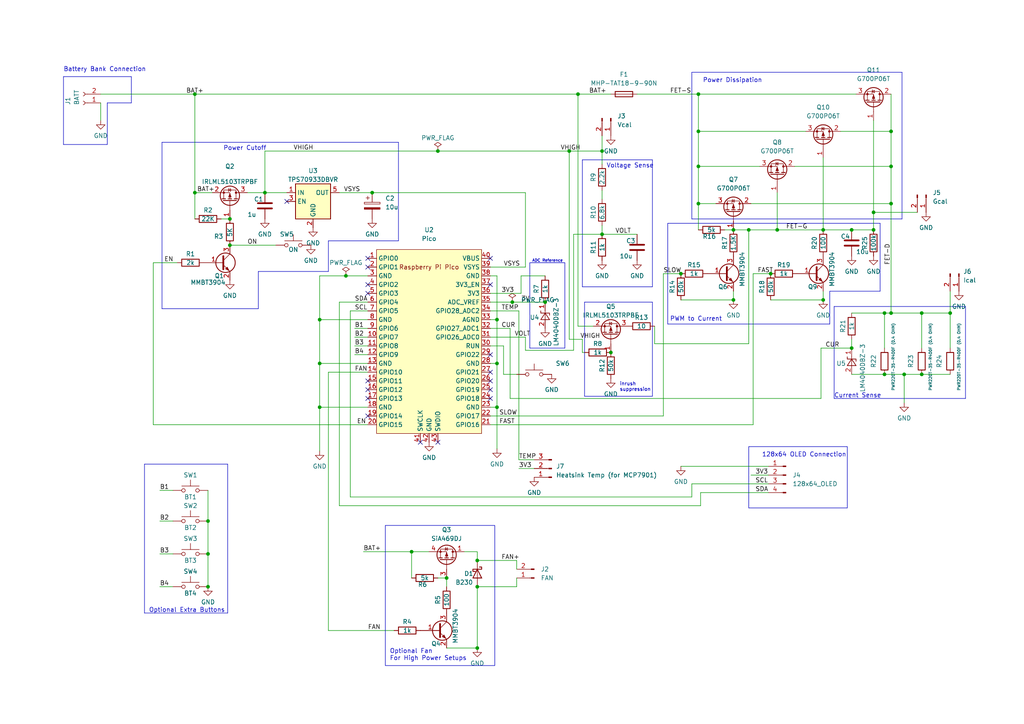
<source format=kicad_sch>
(kicad_sch (version 20230121) (generator eeschema)
  (paper "A4")
  (title_block (title "LIPO Drainer") (date "2023-03-04") (company "Matt Wachowski"))
  (lib_symbols
    (symbol "Connector:Conn_01x02_Pin" (pin_names (offset 1.016) hide)
      (property "Reference" "J" (at 0 2.54 0))
      (property "Value" "Conn_01x02_Pin" (at 0 -5.08 0))
      (symbol "Conn_01x02_Pin_1_1"
        (pin passive line (at 5.08 0 180) (length 3.81) (name "Pin_1") (number "1"))
        (pin passive line (at 5.08 -2.54 180) (length 3.81) (name "Pin_2") (number "2"))
      )
    )
    (symbol "Connector:Conn_01x02_Socket" (pin_names (offset 1.016) hide)
      (property "Reference" "J" (at 0 2.54 0))
      (property "Value" "Conn_01x02_Socket" (at 0 -5.08 0))
      (symbol "Conn_01x02_Socket_1_1"
        (pin passive line (at -5.08 0 0) (length 3.81) (name "Pin_1") (number "1"))
        (pin passive line (at -5.08 -2.54 0) (length 3.81) (name "Pin_2") (number "2"))
      )
    )
    (symbol "Connector:Conn_01x03_Pin" (pin_names (offset 1.016) hide)
      (property "Reference" "J" (at 0 5.08 0))
      (property "Value" "Conn_01x03_Pin" (at 0 -5.08 0))
      (symbol "Conn_01x03_Pin_1_1"
        (pin passive line (at 5.08 2.54 180) (length 3.81) (name "Pin_1") (number "1"))
        (pin passive line (at 5.08 0 180) (length 3.81) (name "Pin_2") (number "2"))
        (pin passive line (at 5.08 -2.54 180) (length 3.81) (name "Pin_3") (number "3"))
      )
    )
    (symbol "Connector:Conn_01x04_Pin" (pin_names (offset 1.016) hide)
      (property "Reference" "J" (at 0 5.08 0))
      (property "Value" "Conn_01x04_Pin" (at 0 -7.62 0))
      (symbol "Conn_01x04_Pin_1_1"
        (pin passive line (at 5.08 2.54 180) (length 3.81) (name "Pin_1") (number "1"))
        (pin passive line (at 5.08 0 180) (length 3.81) (name "Pin_2") (number "2"))
        (pin passive line (at 5.08 -2.54 180) (length 3.81) (name "Pin_3") (number "3"))
        (pin passive line (at 5.08 -5.08 180) (length 3.81) (name "Pin_4") (number "4"))
      )
    )
    (symbol "Device:C" (pin_numbers hide) (pin_names (offset 0.254))
      (property "Reference" "C" (at 0.635 2.54 0))
      (property "Value" "C" (at 0.635 -2.54 0))
      (symbol "C_1_1"
        (pin passive line (at 0 3.81 270) (length 2.794) (name "~") (number "1"))
        (pin passive line (at 0 -3.81 90) (length 2.794) (name "~") (number "2"))
      )
    )
    (symbol "Device:C_Polarized" (pin_numbers hide) (pin_names (offset 0.254))
      (property "Reference" "C" (at 0.635 2.54 0))
      (property "Value" "C_Polarized" (at 0.635 -2.54 0))
      (symbol "C_Polarized_1_1"
        (pin passive line (at 0 3.81 270) (length 2.794) (name "~") (number "1"))
        (pin passive line (at 0 -3.81 90) (length 2.794) (name "~") (number "2"))
      )
    )
    (symbol "Device:Fuse" (pin_numbers hide) (pin_names (offset 0))
      (property "Reference" "F" (at 2.032 0 90))
      (property "Value" "Fuse" (at -1.905 0 90))
      (symbol "Fuse_1_1"
        (pin passive line (at 0 3.81 270) (length 1.27) (name "~") (number "1"))
        (pin passive line (at 0 -3.81 90) (length 1.27) (name "~") (number "2"))
      )
    )
    (symbol "Device:R" (pin_numbers hide) (pin_names (offset 0))
      (property "Reference" "R" (at 2.032 0 90))
      (property "Value" "R" (at 0 0 90))
      (symbol "R_1_1"
        (pin passive line (at 0 3.81 270) (length 1.27) (name "~") (number "1"))
        (pin passive line (at 0 -3.81 90) (length 1.27) (name "~") (number "2"))
      )
    )
    (symbol "Diode:B220" (pin_numbers hide) (pin_names (offset 1.016) hide)
      (property "Reference" "D" (at 0 2.54 0))
      (property "Value" "B220" (at 0 -2.54 0))
      (symbol "B220_1_1"
        (pin passive line (at -3.81 0 0) (length 2.54) (name "K") (number "1"))
        (pin passive line (at 3.81 0 180) (length 2.54) (name "A") (number "2"))
      )
    )
    (symbol "MCU_RaspberryPi_and_Boards:Pico"
      (property "Reference" "U" (at -13.97 27.94 0))
      (property "Value" "Pico" (at 0 19.05 0))
      (symbol "Pico_0_0"
        (text "Raspberry Pi Pico" (at 0 21.59 0) (effects (font (size 1.27 1.27))))
      )
      (symbol "Pico_1_1"
        (pin bidirectional line (at -17.78 24.13 0) (length 2.54) (name "GPIO0") (number "1"))
        (pin bidirectional line (at -17.78 1.27 0) (length 2.54) (name "GPIO7") (number "10"))
        (pin bidirectional line (at -17.78 -1.27 0) (length 2.54) (name "GPIO8") (number "11"))
        (pin bidirectional line (at -17.78 -3.81 0) (length 2.54) (name "GPIO9") (number "12"))
        (pin power_in line (at -17.78 -6.35 0) (length 2.54) (name "GND") (number "13"))
        (pin bidirectional line (at -17.78 -8.89 0) (length 2.54) (name "GPIO10") (number "14"))
        (pin bidirectional line (at -17.78 -11.43 0) (length 2.54) (name "GPIO11") (number "15"))
        (pin bidirectional line (at -17.78 -13.97 0) (length 2.54) (name "GPIO12") (number "16"))
        (pin bidirectional line (at -17.78 -16.51 0) (length 2.54) (name "GPIO13") (number "17"))
        (pin power_in line (at -17.78 -19.05 0) (length 2.54) (name "GND") (number "18"))
        (pin bidirectional line (at -17.78 -21.59 0) (length 2.54) (name "GPIO14") (number "19"))
        (pin bidirectional line (at -17.78 21.59 0) (length 2.54) (name "GPIO1") (number "2"))
        (pin bidirectional line (at -17.78 -24.13 0) (length 2.54) (name "GPIO15") (number "20"))
        (pin bidirectional line (at 17.78 -24.13 180) (length 2.54) (name "GPIO16") (number "21"))
        (pin bidirectional line (at 17.78 -21.59 180) (length 2.54) (name "GPIO17") (number "22"))
        (pin power_in line (at 17.78 -19.05 180) (length 2.54) (name "GND") (number "23"))
        (pin bidirectional line (at 17.78 -16.51 180) (length 2.54) (name "GPIO18") (number "24"))
        (pin bidirectional line (at 17.78 -13.97 180) (length 2.54) (name "GPIO19") (number "25"))
        (pin bidirectional line (at 17.78 -11.43 180) (length 2.54) (name "GPIO20") (number "26"))
        (pin bidirectional line (at 17.78 -8.89 180) (length 2.54) (name "GPIO21") (number "27"))
        (pin power_in line (at 17.78 -6.35 180) (length 2.54) (name "GND") (number "28"))
        (pin bidirectional line (at 17.78 -3.81 180) (length 2.54) (name "GPIO22") (number "29"))
        (pin power_in line (at -17.78 19.05 0) (length 2.54) (name "GND") (number "3"))
        (pin input line (at 17.78 -1.27 180) (length 2.54) (name "RUN") (number "30"))
        (pin bidirectional line (at 17.78 1.27 180) (length 2.54) (name "GPIO26_ADC0") (number "31"))
        (pin bidirectional line (at 17.78 3.81 180) (length 2.54) (name "GPIO27_ADC1") (number "32"))
        (pin power_in line (at 17.78 6.35 180) (length 2.54) (name "AGND") (number "33"))
        (pin bidirectional line (at 17.78 8.89 180) (length 2.54) (name "GPIO28_ADC2") (number "34"))
        (pin power_in line (at 17.78 11.43 180) (length 2.54) (name "ADC_VREF") (number "35"))
        (pin power_out line (at 17.78 13.97 180) (length 2.54) (name "3V3") (number "36"))
        (pin input line (at 17.78 16.51 180) (length 2.54) (name "3V3_EN") (number "37"))
        (pin power_in line (at 17.78 19.05 180) (length 2.54) (name "GND") (number "38"))
        (pin power_in line (at 17.78 21.59 180) (length 2.54) (name "VSYS") (number "39"))
        (pin bidirectional line (at -17.78 16.51 0) (length 2.54) (name "GPIO2") (number "4"))
        (pin power_in line (at 17.78 24.13 180) (length 2.54) (name "VBUS") (number "40"))
        (pin input line (at -2.54 -29.21 90) (length 2.54) (name "SWCLK") (number "41"))
        (pin power_in line (at 0 -29.21 90) (length 2.54) (name "GND") (number "42"))
        (pin bidirectional line (at 2.54 -29.21 90) (length 2.54) (name "SWDIO") (number "43"))
        (pin bidirectional line (at -17.78 13.97 0) (length 2.54) (name "GPIO3") (number "5"))
        (pin bidirectional line (at -17.78 11.43 0) (length 2.54) (name "GPIO4") (number "6"))
        (pin bidirectional line (at -17.78 8.89 0) (length 2.54) (name "GPIO5") (number "7"))
        (pin power_in line (at -17.78 6.35 0) (length 2.54) (name "GND") (number "8"))
        (pin bidirectional line (at -17.78 3.81 0) (length 2.54) (name "GPIO6") (number "9"))
      )
    )
    (symbol "Reference_Voltage:LM4040DBZ-3" (pin_names (offset 0.0254) hide)
      (property "Reference" "U" (at 0 2.54 0))
      (property "Value" "LM4040DBZ-3" (at 0 -3.175 0))
      (symbol "LM4040DBZ-3_1_1"
        (pin passive line (at 3.81 0 180) (length 2.54) (name "K") (number "1"))
        (pin passive line (at -3.81 0 0) (length 2.54) (name "A") (number "2"))
      )
    )
    (symbol "Regulator_Linear:TPS7A0508PDBV"
      (property "Reference" "U" (at -3.81 6.35 0))
      (property "Value" "TPS7A0508PDBV" (at 6.35 6.35 0))
      (symbol "TPS7A0508PDBV_0_1"
        (pin power_in line (at -7.62 2.54 0) (length 2.54) (name "IN") (number "1"))
        (pin power_in line (at 0 -7.62 90) (length 2.54) (name "GND") (number "2"))
        (pin input line (at -7.62 0 0) (length 2.54) (name "EN") (number "3"))
        (pin no_connect line (at 5.08 0 180) (length 2.54) hide (name "NC") (number "4"))
        (pin power_out line (at 7.62 2.54 180) (length 2.54) (name "OUT") (number "5"))
      )
    )
    (symbol "Switch:SW_Push" (pin_numbers hide) (pin_names (offset 1.016) hide)
      (property "Reference" "SW" (at 1.27 2.54 0))
      (property "Value" "SW_Push" (at 0 -1.524 0))
      (symbol "SW_Push_0_1"
        (pin passive line (at -5.08 0 0) (length 2.54) (name "1") (number "1"))
        (pin passive line (at 5.08 0 180) (length 2.54) (name "2") (number "2"))
      )
    )
    (symbol "Transistor_BJT:MMBT3904" (pin_names (offset 0) hide)
      (property "Reference" "Q" (at 5.08 1.905 0))
      (property "Value" "MMBT3904" (at 5.08 0 0))
      (symbol "MMBT3904_1_1"
        (pin input line (at -5.08 0 0) (length 5.715) (name "B") (number "1"))
        (pin passive line (at 2.54 -5.08 90) (length 2.54) (name "E") (number "2"))
        (pin passive line (at 2.54 5.08 270) (length 2.54) (name "C") (number "3"))
      )
    )
    (symbol "Transistor_FET:BSS84" (pin_names hide)
      (property "Reference" "Q" (at 5.08 1.905 0))
      (property "Value" "BSS84" (at 5.08 0 0))
      (symbol "BSS84_1_1"
        (pin input line (at -5.08 0 0) (length 2.54) (name "G") (number "1"))
        (pin passive line (at 2.54 -5.08 90) (length 2.54) (name "S") (number "2"))
        (pin passive line (at 2.54 5.08 270) (length 2.54) (name "D") (number "3"))
      )
    )
    (symbol "Transistor_FET:FQP27P06" (pin_names hide)
      (property "Reference" "Q" (at 5.08 1.905 0))
      (property "Value" "FQP27P06" (at 5.08 0 0))
      (symbol "FQP27P06_1_1"
        (pin input line (at -5.08 0 0) (length 2.54) (name "G") (number "1"))
        (pin passive line (at 2.54 5.08 270) (length 2.54) (name "D") (number "2"))
        (pin passive line (at 2.54 -5.08 90) (length 2.54) (name "S") (number "3"))
      )
    )
    (symbol "Transistor_FET:SiA449DJ" (pin_names hide)
      (property "Reference" "Q" (at 5.08 1.905 0))
      (property "Value" "SiA449DJ" (at 5.08 0 0))
      (symbol "SiA449DJ_1_1"
        (pin passive line (at 2.54 5.08 270) (length 2.54) (name "D") (number "1"))
        (pin passive line (at -5.08 0 0) (length 2.54) (name "G") (number "3"))
        (pin passive line (at 2.54 -5.08 90) (length 2.54) (name "S") (number "4"))
      )
    )
    (symbol "power:GND" (power) (pin_names (offset 0))
      (property "Value" "GND" (at 0 -3.81 0))
      (symbol "GND_1_1"
        (pin power_in line (at 0 0 270) (length 0) hide (name "GND") (number "1"))
      )
    )
    (symbol "power:PWR_FLAG" (power) (pin_numbers hide) (pin_names (offset 0) hide)
      (property "Value" "PWR_FLAG" (at 0 3.81 0))
      (symbol "PWR_FLAG_0_0"
        (pin power_out line (at 0 0 90) (length 0) (name "pwr") (number "1"))
      )
    )
  )
  (junction (at 60.325 160.655))
  (junction (at 217.17 66.675))
  (junction (at 202.565 38.1))
  (junction (at 197.485 79.375))
  (junction (at 247.015 66.675))
  (junction (at 253.365 61.595))
  (junction (at 275.59 90.805))
  (junction (at 177.165 102.235))
  (junction (at 56.515 55.88))
  (junction (at 158.115 87.63))
  (junction (at 60.325 151.13))
  (junction (at 256.54 108.585))
  (junction (at 174.625 43.815))
  (junction (at 76.835 55.88))
  (junction (at 238.76 66.675))
  (junction (at 223.52 79.375))
  (junction (at 56.515 27.305))
  (junction (at 258.445 38.1))
  (junction (at 258.445 48.26))
  (junction (at 167.64 27.305))
  (junction (at 202.565 27.305))
  (junction (at 212.725 66.675))
  (junction (at 107.95 55.88))
  (junction (at 138.43 187.96))
  (junction (at 144.145 92.71))
  (junction (at 256.54 90.805))
  (junction (at 100.33 80.01))
  (junction (at 165.1 43.815))
  (junction (at 138.43 170.18))
  (junction (at 262.255 108.585))
  (junction (at 202.565 48.26))
  (junction (at 119.38 160.02))
  (junction (at 148.59 87.63))
  (junction (at 92.71 118.11))
  (junction (at 138.43 162.56))
  (junction (at 66.675 71.12))
  (junction (at 144.145 118.11))
  (junction (at 258.445 59.055))
  (junction (at 253.365 66.675))
  (junction (at 127 43.815))
  (junction (at 92.71 105.41))
  (junction (at 174.625 67.945))
  (junction (at 247.015 100.965))
  (junction (at 92.71 92.71))
  (junction (at 66.675 63.5))
  (junction (at 212.725 86.995))
  (junction (at 267.335 108.585))
  (junction (at 202.565 59.055))
  (junction (at 225.425 66.675))
  (junction (at 258.445 90.805))
  (junction (at 267.335 90.805))
  (junction (at 129.54 167.64))
  (junction (at 60.325 170.18))
  (junction (at 144.145 105.41))
  (junction (at 238.76 86.995))
  (no_connect (at 106.68 74.93))
  (no_connect (at 106.68 85.09))
  (no_connect (at 106.68 120.65))
  (no_connect (at 142.24 113.03))
  (no_connect (at 106.68 110.49))
  (no_connect (at 142.24 110.49))
  (no_connect (at 106.68 77.47))
  (no_connect (at 142.24 107.95))
  (no_connect (at 83.185 58.42))
  (no_connect (at 142.24 102.87))
  (no_connect (at 106.68 115.57))
  (no_connect (at 127 128.27))
  (no_connect (at 106.68 113.03))
  (no_connect (at 142.24 82.55))
  (no_connect (at 142.24 74.93))
  (no_connect (at 121.92 128.27))
  (no_connect (at 106.68 82.55))
  (no_connect (at 142.24 115.57))
  (polyline (pts (xy 245.745 147.32) (xy 245.745 129.54)))
  (wire (pts (xy 119.38 160.02) (xy 119.38 167.64)))
  (wire (pts (xy 127 167.64) (xy 129.54 167.64)))
  (wire (pts (xy 258.445 27.305) (xy 258.445 38.1)))
  (wire (pts (xy 150.495 90.17) (xy 150.495 133.35)))
  (wire (pts (xy 225.425 66.675) (xy 238.76 66.675)))
  (polyline (pts (xy 189.23 46.355) (xy 189.23 83.185)))
  (wire (pts (xy 189.865 94.615) (xy 189.865 99.695)))
  (wire (pts (xy 101.6 90.17) (xy 101.6 144.145)))
  (wire (pts (xy 95.25 182.88) (xy 114.3 182.88)))
  (wire (pts (xy 243.84 38.1) (xy 258.445 38.1)))
  (wire (pts (xy 238.125 115.57) (xy 238.125 100.965)))
  (wire (pts (xy 44.45 76.2) (xy 44.45 123.19)))
  (polyline (pts (xy 74.93 89.535) (xy 46.99 89.535)))
  (wire (pts (xy 138.43 170.18) (xy 149.86 170.18)))
  (wire (pts (xy 253.365 66.675) (xy 253.365 61.595)))
  (wire (pts (xy 166.37 67.945) (xy 174.625 67.945)))
  (wire (pts (xy 149.86 170.18) (xy 149.86 167.64)))
  (wire (pts (xy 275.59 90.805) (xy 275.59 100.965)))
  (polyline (pts (xy 241.935 115.57) (xy 244.475 115.57)))
  (wire (pts (xy 92.71 92.71) (xy 92.71 105.41)))
  (polyline (pts (xy 193.675 93.98) (xy 240.665 93.98)))
  (wire (pts (xy 218.44 79.375) (xy 218.44 123.19)))
  (wire (pts (xy 253.365 61.595) (xy 266.065 61.595)))
  (polyline (pts (xy 66.04 177.8) (xy 66.04 134.62)))
  (wire (pts (xy 147.955 95.25) (xy 147.955 115.57)))
  (wire (pts (xy 100.33 80.01) (xy 92.71 80.01)))
  (wire (pts (xy 101.6 90.17) (xy 106.68 90.17)))
  (polyline (pts (xy 46.99 41.275) (xy 115.57 41.275)))
  (wire (pts (xy 197.485 86.995) (xy 212.725 86.995)))
  (wire (pts (xy 200.66 140.335) (xy 222.885 140.335)))
  (wire (pts (xy 238.76 66.675) (xy 247.015 66.675)))
  (wire (pts (xy 267.335 90.805) (xy 267.335 100.965)))
  (wire (pts (xy 166.37 67.945) (xy 166.37 101.6)))
  (wire (pts (xy 202.565 27.305) (xy 202.565 38.1)))
  (wire (pts (xy 44.45 76.2) (xy 51.435 76.2)))
  (wire (pts (xy 152.4 55.88) (xy 152.4 77.47)))
  (wire (pts (xy 152.4 101.6) (xy 166.37 101.6)))
  (wire (pts (xy 106.68 105.41) (xy 92.71 105.41)))
  (wire (pts (xy 106.68 92.71) (xy 92.71 92.71)))
  (wire (pts (xy 56.515 27.305) (xy 167.64 27.305)))
  (wire (pts (xy 102.87 100.33) (xy 106.68 100.33)))
  (wire (pts (xy 267.335 108.585) (xy 275.59 108.585)))
  (polyline (pts (xy 217.17 147.32) (xy 245.745 147.32)))
  (polyline (pts (xy 280.035 115.57) (xy 280.035 88.9)))
  (wire (pts (xy 66.675 71.12) (xy 80.01 71.12)))
  (wire (pts (xy 146.05 108.585) (xy 149.86 108.585)))
  (wire (pts (xy 150.495 135.89) (xy 154.94 135.89)))
  (wire (pts (xy 138.43 162.56) (xy 149.86 162.56)))
  (wire (pts (xy 203.2 142.875) (xy 222.885 142.875)))
  (polyline (pts (xy 168.91 46.355) (xy 168.91 83.185)))
  (wire (pts (xy 151.13 85.09) (xy 151.13 80.01)))
  (wire (pts (xy 98.425 87.63) (xy 98.425 146.685)))
  (wire (pts (xy 56.515 27.305) (xy 56.515 55.88)))
  (wire (pts (xy 142.24 85.09) (xy 151.13 85.09)))
  (wire (pts (xy 138.43 170.18) (xy 138.43 187.96)))
  (polyline (pts (xy 255.27 71.755) (xy 255.27 84.455)))
  (polyline (pts (xy 41.91 177.8) (xy 66.04 177.8)))
  (wire (pts (xy 258.445 90.805) (xy 267.335 90.805)))
  (wire (pts (xy 203.2 146.685) (xy 203.2 142.875)))
  (polyline (pts (xy 217.17 129.54) (xy 217.17 147.32)))
  (polyline (pts (xy 153.67 76.2) (xy 153.67 100.965)))
  (wire (pts (xy 29.21 27.305) (xy 56.515 27.305)))
  (wire (pts (xy 127 43.815) (xy 165.1 43.815)))
  (wire (pts (xy 142.24 90.17) (xy 150.495 90.17)))
  (wire (pts (xy 138.43 160.02) (xy 138.43 162.56)))
  (polyline (pts (xy 193.675 64.77) (xy 193.675 93.98)))
  (wire (pts (xy 60.325 151.13) (xy 60.325 160.655)))
  (polyline (pts (xy 18.415 22.225) (xy 18.415 41.91)))
  (wire (pts (xy 138.43 187.96) (xy 129.54 187.96)))
  (wire (pts (xy 44.45 123.19) (xy 106.68 123.19)))
  (wire (pts (xy 202.565 48.26) (xy 220.345 48.26)))
  (polyline (pts (xy 115.57 69.85) (xy 95.25 69.85)))
  (wire (pts (xy 210.185 66.675) (xy 212.725 66.675)))
  (polyline (pts (xy 261.62 63.5) (xy 261.62 20.955)))
  (wire (pts (xy 144.145 92.71) (xy 142.24 92.71)))
  (wire (pts (xy 46.355 142.24) (xy 50.165 142.24)))
  (wire (pts (xy 98.425 87.63) (xy 106.68 87.63)))
  (wire (pts (xy 144.145 92.71) (xy 144.145 80.01)))
  (wire (pts (xy 102.87 102.87) (xy 106.68 102.87)))
  (wire (pts (xy 168.91 98.425) (xy 165.1 98.425)))
  (wire (pts (xy 169.545 102.235) (xy 168.91 102.235)))
  (polyline (pts (xy 255.27 64.77) (xy 255.27 71.755)))
  (wire (pts (xy 98.425 55.88) (xy 107.95 55.88)))
  (wire (pts (xy 256.54 90.805) (xy 256.54 100.965)))
  (wire (pts (xy 192.405 120.65) (xy 192.405 79.375)))
  (wire (pts (xy 247.015 98.425) (xy 247.015 100.965)))
  (wire (pts (xy 217.805 59.055) (xy 258.445 59.055)))
  (wire (pts (xy 106.68 118.11) (xy 92.71 118.11)))
  (wire (pts (xy 142.24 100.33) (xy 146.05 100.33)))
  (polyline (pts (xy 46.99 89.535) (xy 46.99 41.275)))
  (wire (pts (xy 247.015 66.675) (xy 253.365 66.675)))
  (wire (pts (xy 248.285 27.305) (xy 202.565 27.305)))
  (wire (pts (xy 29.21 29.845) (xy 29.21 34.925)))
  (wire (pts (xy 174.625 55.245) (xy 174.625 57.785)))
  (wire (pts (xy 46.355 170.18) (xy 50.165 170.18)))
  (wire (pts (xy 167.64 94.615) (xy 167.64 27.305)))
  (wire (pts (xy 101.6 144.145) (xy 200.66 144.145)))
  (wire (pts (xy 71.755 55.88) (xy 76.835 55.88)))
  (wire (pts (xy 168.91 102.235) (xy 168.91 98.425)))
  (wire (pts (xy 247.015 108.585) (xy 256.54 108.585)))
  (wire (pts (xy 212.725 84.455) (xy 212.725 86.995)))
  (polyline (pts (xy 66.04 134.62) (xy 41.91 134.62)))
  (wire (pts (xy 233.68 38.1) (xy 202.565 38.1)))
  (wire (pts (xy 165.1 43.815) (xy 174.625 43.815)))
  (wire (pts (xy 60.325 142.24) (xy 60.325 151.13)))
  (wire (pts (xy 144.145 105.41) (xy 142.24 105.41)))
  (polyline (pts (xy 193.675 64.77) (xy 255.27 64.77)))
  (wire (pts (xy 192.405 79.375) (xy 197.485 79.375)))
  (wire (pts (xy 262.255 108.585) (xy 267.335 108.585)))
  (wire (pts (xy 102.87 95.25) (xy 106.68 95.25)))
  (wire (pts (xy 56.515 55.88) (xy 61.595 55.88)))
  (polyline (pts (xy 18.415 41.91) (xy 31.115 41.91)))
  (wire (pts (xy 105.41 160.02) (xy 119.38 160.02)))
  (wire (pts (xy 275.59 84.455) (xy 275.59 90.805)))
  (wire (pts (xy 258.445 48.26) (xy 258.445 59.055)))
  (wire (pts (xy 174.625 65.405) (xy 174.625 67.945)))
  (wire (pts (xy 247.015 90.805) (xy 256.54 90.805)))
  (wire (pts (xy 238.125 100.965) (xy 247.015 100.965)))
  (wire (pts (xy 92.71 118.11) (xy 92.71 130.81)))
  (wire (pts (xy 150.495 133.35) (xy 154.94 133.35)))
  (wire (pts (xy 262.255 108.585) (xy 262.255 116.84)))
  (wire (pts (xy 197.485 135.255) (xy 222.885 135.255)))
  (wire (pts (xy 253.365 61.595) (xy 253.365 34.925)))
  (wire (pts (xy 142.24 97.79) (xy 152.4 97.79)))
  (polyline (pts (xy 189.23 114.935) (xy 169.545 114.935)))
  (wire (pts (xy 202.565 59.055) (xy 202.565 66.675)))
  (polyline (pts (xy 74.93 78.74) (xy 74.93 89.535)))
  (polyline (pts (xy 31.115 41.91) (xy 31.115 29.845)))
  (wire (pts (xy 238.76 84.455) (xy 238.76 86.995)))
  (wire (pts (xy 217.17 66.675) (xy 217.17 99.695)))
  (wire (pts (xy 267.335 90.805) (xy 275.59 90.805)))
  (wire (pts (xy 144.145 118.11) (xy 144.145 105.41)))
  (wire (pts (xy 174.625 43.815) (xy 174.625 47.625)))
  (wire (pts (xy 202.565 59.055) (xy 202.565 48.26)))
  (polyline (pts (xy 169.545 87.63) (xy 169.545 114.935)))
  (wire (pts (xy 152.4 97.79) (xy 152.4 101.6)))
  (wire (pts (xy 134.62 160.02) (xy 138.43 160.02)))
  (wire (pts (xy 106.68 80.01) (xy 100.33 80.01)))
  (wire (pts (xy 256.54 90.805) (xy 258.445 90.805)))
  (polyline (pts (xy 189.23 87.63) (xy 189.23 114.935)))
  (wire (pts (xy 218.44 79.375) (xy 223.52 79.375)))
  (wire (pts (xy 172.085 94.615) (xy 167.64 94.615)))
  (polyline (pts (xy 18.415 22.225) (xy 38.1 22.225)))
  (polyline (pts (xy 244.475 115.57) (xy 280.035 115.57)))
  (wire (pts (xy 146.05 100.33) (xy 146.05 108.585)))
  (polyline (pts (xy 115.57 41.275) (xy 115.57 69.85)))
  (wire (pts (xy 46.355 151.13) (xy 50.165 151.13)))
  (polyline (pts (xy 200.66 63.5) (xy 261.62 63.5)))
  (wire (pts (xy 174.625 67.945) (xy 184.785 67.945)))
  (wire (pts (xy 142.24 123.19) (xy 218.44 123.19)))
  (wire (pts (xy 202.565 38.1) (xy 202.565 48.26)))
  (wire (pts (xy 148.59 87.63) (xy 158.115 87.63)))
  (wire (pts (xy 223.52 86.995) (xy 238.76 86.995)))
  (wire (pts (xy 189.865 99.695) (xy 217.17 99.695)))
  (polyline (pts (xy 95.25 78.74) (xy 74.93 78.74)))
  (wire (pts (xy 142.24 77.47) (xy 152.4 77.47)))
  (wire (pts (xy 202.565 59.055) (xy 207.645 59.055)))
  (wire (pts (xy 167.64 27.305) (xy 177.165 27.305)))
  (wire (pts (xy 76.835 43.815) (xy 127 43.815)))
  (wire (pts (xy 256.54 108.585) (xy 262.255 108.585)))
  (wire (pts (xy 144.145 130.175) (xy 144.145 118.11)))
  (polyline (pts (xy 38.1 29.845) (xy 38.1 22.225)))
  (wire (pts (xy 142.24 95.25) (xy 147.955 95.25)))
  (polyline (pts (xy 261.62 20.955) (xy 200.66 20.955)))
  (polyline (pts (xy 240.665 84.455) (xy 255.27 84.455)))
  (wire (pts (xy 92.71 80.01) (xy 92.71 92.71)))
  (polyline (pts (xy 189.23 83.185) (xy 168.91 83.185)))
  (polyline (pts (xy 169.545 87.63) (xy 189.23 87.63)))
  (wire (pts (xy 258.445 38.1) (xy 258.445 48.26)))
  (wire (pts (xy 149.86 162.56) (xy 149.86 165.1)))
  (wire (pts (xy 165.1 98.425) (xy 165.1 43.815)))
  (polyline (pts (xy 95.25 69.85) (xy 95.25 78.74)))
  (polyline (pts (xy 245.745 129.54) (xy 217.17 129.54)))
  (polyline (pts (xy 153.67 100.965) (xy 163.83 100.965)))
  (wire (pts (xy 142.24 120.65) (xy 192.405 120.65)))
  (wire (pts (xy 119.38 160.02) (xy 124.46 160.02)))
  (wire (pts (xy 56.515 55.88) (xy 56.515 63.5)))
  (wire (pts (xy 174.625 39.37) (xy 174.625 43.815)))
  (wire (pts (xy 92.71 105.41) (xy 92.71 118.11)))
  (polyline (pts (xy 163.83 76.2) (xy 153.67 76.2)))
  (wire (pts (xy 98.425 146.685) (xy 203.2 146.685)))
  (wire (pts (xy 230.505 48.26) (xy 258.445 48.26)))
  (wire (pts (xy 46.355 160.655) (xy 50.165 160.655)))
  (wire (pts (xy 217.805 137.795) (xy 222.885 137.795)))
  (polyline (pts (xy 241.935 88.9) (xy 241.935 115.57)))
  (wire (pts (xy 64.135 63.5) (xy 66.675 63.5)))
  (wire (pts (xy 184.785 27.305) (xy 202.565 27.305)))
  (polyline (pts (xy 168.91 46.355) (xy 189.23 46.355)))
  (polyline (pts (xy 240.665 93.98) (xy 240.665 84.455)))
  (polyline (pts (xy 163.83 100.965) (xy 163.83 76.2)))
  (wire (pts (xy 258.445 59.055) (xy 258.445 90.805)))
  (wire (pts (xy 102.87 97.79) (xy 106.68 97.79)))
  (wire (pts (xy 95.25 107.95) (xy 95.25 182.88)))
  (polyline (pts (xy 41.91 134.62) (xy 41.91 177.8)))
  (wire (pts (xy 142.24 87.63) (xy 148.59 87.63)))
  (wire (pts (xy 76.835 55.88) (xy 83.185 55.88)))
  (wire (pts (xy 225.425 66.675) (xy 225.425 55.88)))
  (wire (pts (xy 217.17 66.675) (xy 225.425 66.675)))
  (wire (pts (xy 151.13 80.01) (xy 158.115 80.01)))
  (wire (pts (xy 129.54 167.64) (xy 129.54 170.18)))
  (wire (pts (xy 144.145 118.11) (xy 142.24 118.11)))
  (wire (pts (xy 95.25 107.95) (xy 106.68 107.95)))
  (polyline (pts (xy 200.66 20.955) (xy 200.66 63.5)))
  (wire (pts (xy 76.835 55.88) (xy 76.835 43.815)))
  (wire (pts (xy 238.76 66.675) (xy 238.76 45.72)))
  (wire (pts (xy 144.145 80.01) (xy 142.24 80.01)))
  (wire (pts (xy 212.725 66.675) (xy 217.17 66.675)))
  (polyline (pts (xy 280.035 88.9) (xy 241.935 88.9)))
  (wire (pts (xy 200.66 144.145) (xy 200.66 140.335)))
  (wire (pts (xy 107.95 55.88) (xy 152.4 55.88)))
  (wire (pts (xy 147.955 115.57) (xy 238.125 115.57)))
  (polyline (pts (xy 31.115 29.845) (xy 38.1 29.845)))
  (wire (pts (xy 60.325 160.655) (xy 60.325 170.18)))
  (wire (pts (xy 144.145 105.41) (xy 144.145 92.71)))
  (rectangle (start 111.76 152.4) (end 143.51 193.04))
  (text "inrush\nsuppression\n" (at 179.705 113.665 0) (effects (font (size 1 1)) (justify left bottom)))
  (text "Battery Bank Connection" (at 18.415 20.955 0) (effects (font (size 1.27 1.27)) (justify left bottom)))
  (text "Optional Extra Buttons\n" (at 43.18 177.8 0) (effects (font (size 1.27 1.27)) (justify left bottom)))
  (text "Power Dissipation" (at 203.835 24.13 0) (effects (font (size 1.27 1.27)) (justify left bottom)))
  (text "Optional Fan\nFor High Power Setups" (at 113.03 191.77 0) (effects (font (size 1.27 1.27)) (justify left bottom)))
  (text "Current Sense" (at 241.935 115.57 0) (effects (font (size 1.27 1.27)) (justify left bottom)))
  (text "ADC Reference" (at 154.305 76.2 0) (effects (font (size 0.8 0.8)) (justify left bottom)))
  (text "Voltage Sense" (at 175.895 48.895 0) (effects (font (size 1.27 1.27)) (justify left bottom)))
  (text "PWM to Current" (at 194.31 93.345 0) (effects (font (size 1.27 1.27)) (justify left bottom)))
  (text "Power Cutoff" (at 64.77 43.815 0) (effects (font (size 1.27 1.27)) (justify left bottom)))
  (text "128x64 OLED Connection" (at 220.98 132.715 0) (effects (font (size 1.27 1.27)) (justify left bottom)))
  (label "FET-G" (at 227.965 66.675 0))
  (label "SDA" (at 102.87 87.63 0))
  (label "VSYS" (at 146.05 77.47 0))
  (label "VHIGH" (at 85.09 43.815 0))
  (label "FET-S" (at 194.31 27.305 0))
  (label "BAT+" (at 57.15 55.88 0))
  (label "SDA" (at 219.075 142.875 0))
  (label "SCL" (at 102.87 90.17 0))
  (label "B3" (at 46.355 160.655 0))
  (label "EN" (at 47.625 76.2 0))
  (label "VOLT" (at 178.435 67.945 0))
  (label "B4" (at 102.87 102.87 0))
  (label "BAT+" (at 53.975 27.305 0))
  (label "B3" (at 102.87 100.33 0))
  (label "FAST" (at 144.78 123.19 0))
  (label "VHIGH" (at 162.56 43.815 0))
  (label "CUR" (at 239.395 100.965 0))
  (label "FAN" (at 106.68 182.88 0))
  (label "FET-D" (at 258.445 76.835 90))
  (label "B4" (at 46.355 170.18 0))
  (label "VOLT" (at 149.225 97.79 0))
  (label "BAT+" (at 105.41 160.02 0))
  (label "TEMP" (at 145.415 90.17 0))
  (label "EN" (at 103.505 123.19 0))
  (label "B1" (at 46.355 142.24 0))
  (label "VHIGH" (at 168.275 98.425 0))
  (label "ON" (at 71.755 71.12 0))
  (label "CUR" (at 145.415 95.25 0))
  (label "SLOW" (at 192.405 79.375 0))
  (label "SCL" (at 219.075 140.335 0))
  (label "BAT+" (at 170.815 27.305 0))
  (label "3V3" (at 145.415 85.09 0))
  (label "FAN+" (at 145.415 162.56 0))
  (label "B1" (at 102.87 95.25 0))
  (label "TEMP" (at 150.495 133.35 0))
  (label "SLOW" (at 144.78 120.65 0))
  (label "B2" (at 102.87 97.79 0))
  (label "3V3" (at 150.495 135.89 0))
  (label "3V" (at 151.13 87.63 0))
  (label "B2" (at 46.355 151.13 0))
  (label "VSYS" (at 99.695 55.88 0))
  (label "3V3" (at 219.075 137.795 0))
  (label "FAST" (at 219.71 79.375 0))
  (label "FAN" (at 102.87 107.95 0))
  (symbol (lib_id "Device:R") (at 158.115 83.82 180) (unit 1)
    (property "Reference" "R7" (at 155.575 83.82 90))
    (property "Value" "1k" (at 158.115 83.82 90))
    (property "Footprint" "Resistor_SMD:R_0805_2012Metric_Pad1.20x1.40mm_HandSolder" (effects hide))
  )
  (symbol (lib_id "Device:R") (at 201.295 79.375 90) (unit 1)
    (property "Reference" "R15" (at 201.295 76.835 90))
    (property "Value" "1k" (at 201.295 79.375 90))
    (property "Footprint" "Resistor_SMD:R_0805_2012Metric_Pad1.20x1.40mm_HandSolder" (effects hide))
  )
  (symbol (lib_id "power:GND") (at 92.71 130.81 0) (unit 1)
    (property "Reference" "#PWR07" (effects hide))
    (property "Value" "GND" (at 92.71 135.255 0))
  )
  (symbol (lib_id "Device:R") (at 223.52 83.185 180) (unit 1)
    (property "Reference" "R18" (at 220.98 83.185 90))
    (property "Value" "50k" (at 223.52 83.185 90))
    (property "Footprint" "Resistor_SMD:R_0805_2012Metric_Pad1.20x1.40mm_HandSolder" (effects hide))
  )
  (symbol (lib_id "Transistor_FET:FQP27P06") (at 212.725 61.595 270) (mirror x) (unit 1)
    (property "Reference" "Q7" (at 212.725 52.07 90))
    (property "Value" "G700P06T" (at 212.725 54.61 90))
    (property "Footprint" "Package_TO_SOT_THT:TO-220-3_Vertical" (effects hide))
    (property "Datasheet" "https://www.onsemi.com/pub/Collateral/FQP27P06-D.PDF" (effects hide))
  )
  (symbol (lib_id "Connector:Conn_01x03_Pin") (at 160.02 135.89 180) (unit 1)
    (property "Reference" "J7" (at 161.29 135.255 0) (effects (justify right)))
    (property "Value" "Heatsink Temp (for MCP7901)" (at 161.29 137.795 0) (effects (justify right)))
    (property "Footprint" "Connector_PinHeader_2.54mm:PinHeader_1x03_P2.54mm_Vertical" (effects hide))
  )
  (symbol (lib_id "Connector:Conn_01x02_Socket") (at 24.13 29.845 180) (unit 1)
    (property "Reference" "J1" (at 19.685 30.48 90) (effects (justify right)))
    (property "Value" "BATT" (at 22.225 30.48 90) (effects (justify right)))
    (property "Footprint" "Connector_AMASS:AMASS_XT60PW-M_1x02_P7.20mm_Horizontal" (effects hide))
  )
  (symbol (lib_id "power:GND") (at 90.805 66.04 0) (unit 1)
    (property "Reference" "#PWR06" (effects hide))
    (property "Value" "GND" (at 90.805 70.485 0))
  )
  (symbol (lib_id "power:GND") (at 253.365 74.295 0) (unit 1)
    (property "Reference" "#PWR018" (effects hide))
    (property "Value" "GND" (at 253.365 78.74 0))
  )
  (symbol (lib_id "power:GND") (at 247.015 74.295 0) (unit 1)
    (property "Reference" "#PWR022" (effects hide))
    (property "Value" "GND" (at 247.015 78.74 0))
  )
  (symbol (lib_id "Device:C_Polarized") (at 107.95 59.69 0) (unit 1)
    (property "Reference" "C2" (at 111.76 57.5309 0) (effects (justify left)))
    (property "Value" "10u" (at 111.76 60.0709 0) (effects (justify left)))
    (property "Footprint" "Capacitor_SMD:C_1206_3216Metric_Pad1.33x1.80mm_HandSolder" (effects hide))
  )
  (symbol (lib_id "Device:R") (at 174.625 61.595 180) (unit 1)
    (property "Reference" "R10" (at 172.085 61.595 90))
    (property "Value" "6.8k" (at 174.625 61.595 90))
    (property "Footprint" "Resistor_SMD:R_0805_2012Metric_Pad1.20x1.40mm_HandSolder" (effects hide))
  )
  (symbol (lib_id "Device:R") (at 212.725 70.485 180) (unit 1)
    (property "Reference" "R17" (at 210.185 70.485 90))
    (property "Value" "1.5K" (at 212.725 70.485 90))
    (property "Footprint" "Resistor_SMD:R_0805_2012Metric_Pad1.20x1.40mm_HandSolder" (effects hide))
  )
  (symbol (lib_id "Device:R") (at 256.54 104.775 180) (unit 1)
    (property "Reference" "R22" (at 253.365 104.775 90))
    (property "Value" "PWR220T-35-R400F (0.4 OHM)" (at 259.08 103.505 90) (effects (font (size 0.8 0.8))))
    (property "Footprint" "Package_TO_SOT_THT:TO-220-2_Vertical" (effects hide))
  )
  (symbol (lib_id "Reference_Voltage:LM4040DBZ-3") (at 158.115 91.44 90) (unit 1)
    (property "Reference" "U4" (at 153.67 92.075 90) (effects (justify right)))
    (property "Value" "LM4040DBZ-3" (at 161.29 86.36 0) (effects (justify right)))
    (property "Footprint" "Package_TO_SOT_SMD:SOT-23" (effects hide))
    (property "Datasheet" "http://www.ti.com/lit/ds/symlink/lm4040-n.pdf" (effects hide))
  )
  (symbol (lib_id "Connector:Conn_01x02_Pin") (at 177.165 34.29 270) (unit 1)
    (property "Reference" "J3" (at 179.07 33.6549 90) (effects (justify left)))
    (property "Value" "Vcal" (at 179.07 36.1949 90) (effects (justify left)))
    (property "Footprint" "Connector_PinSocket_2.54mm:PinSocket_1x02_P2.54mm_Vertical" (effects hide))
  )
  (symbol (lib_id "power:PWR_FLAG") (at 148.59 87.63 0) (unit 1)
    (property "Reference" "#FLG02" (effects hide))
    (property "Value" "PWR_FLAG" (at 151.13 86.995 0) (effects (justify left)))
  )
  (symbol (lib_id "Transistor_FET:FQP27P06") (at 225.425 50.8 270) (mirror x) (unit 1)
    (property "Reference" "Q8" (at 225.425 41.275 90))
    (property "Value" "G700P06T" (at 225.425 43.815 90))
    (property "Footprint" "Package_TO_SOT_THT:TO-220-3_Vertical" (effects hide))
    (property "Datasheet" "https://www.onsemi.com/pub/Collateral/FQP27P06-D.PDF" (effects hide))
  )
  (symbol (lib_id "power:GND") (at 29.21 34.925 0) (unit 1)
    (property "Reference" "#PWR01" (effects hide))
    (property "Value" "GND" (at 29.21 39.37 0))
  )
  (symbol (lib_id "power:GND") (at 154.94 138.43 0) (unit 1)
    (property "Reference" "#PWR026" (effects hide))
    (property "Value" "GND" (at 154.94 142.875 0))
  )
  (symbol (lib_id "Reference_Voltage:LM4040DBZ-3") (at 247.015 104.775 90) (unit 1)
    (property "Reference" "U5" (at 242.57 105.41 90) (effects (justify right)))
    (property "Value" "LM4040DBZ-3" (at 250.19 99.695 0) (effects (justify right)))
    (property "Footprint" "Package_TO_SOT_SMD:SOT-23" (effects hide))
    (property "Datasheet" "http://www.ti.com/lit/ds/symlink/lm4040-n.pdf" (effects hide))
  )
  (symbol (lib_id "power:GND") (at 238.76 86.995 0) (unit 1)
    (property "Reference" "#PWR021" (effects hide))
    (property "Value" "GND" (at 238.76 91.44 0))
  )
  (symbol (lib_id "Transistor_FET:FQP27P06") (at 253.365 29.845 270) (mirror x) (unit 1)
    (property "Reference" "Q11" (at 253.365 20.32 90))
    (property "Value" "G700P06T" (at 253.365 22.86 90))
    (property "Footprint" "Package_TO_SOT_THT:TO-220-3_Vertical" (effects hide))
    (property "Datasheet" "https://www.onsemi.com/pub/Collateral/FQP27P06-D.PDF" (effects hide))
  )
  (symbol (lib_id "power:GND") (at 177.165 39.37 0) (unit 1)
    (property "Reference" "#PWR016" (effects hide))
    (property "Value" "GND" (at 177.165 43.815 0))
  )
  (symbol (lib_id "Switch:SW_Push") (at 55.245 142.24 0) (unit 1)
    (property "Reference" "SW1" (at 55.245 137.795 0))
    (property "Value" "BT1" (at 55.245 144.145 0))
    (property "Footprint" "Matt:SMD_Button_6mm_3_5mm" (effects hide))
  )
  (symbol (lib_id "Transistor_FET:FQP27P06") (at 238.76 40.64 270) (mirror x) (unit 1)
    (property "Reference" "Q10" (at 238.76 31.115 90))
    (property "Value" "G700P06T" (at 238.76 33.655 90))
    (property "Footprint" "Package_TO_SOT_THT:TO-220-3_Vertical" (effects hide))
    (property "Datasheet" "https://www.onsemi.com/pub/Collateral/FQP27P06-D.PDF" (effects hide))
  )
  (symbol (lib_id "Device:R") (at 186.055 94.615 90) (unit 1)
    (property "Reference" "R13" (at 186.055 92.075 90))
    (property "Value" "10" (at 186.055 94.615 90))
    (property "Footprint" "Resistor_SMD:R_0805_2012Metric_Pad1.20x1.40mm_HandSolder" (effects hide))
  )
  (symbol (lib_id "Transistor_FET:BSS84") (at 66.675 58.42 270) (mirror x) (unit 1)
    (property "Reference" "Q2" (at 66.675 48.26 90))
    (property "Value" "IRLML5103TRPBF" (at 66.675 52.705 90))
    (property "Footprint" "Package_TO_SOT_SMD:SOT-23" (effects hide))
    (property "Datasheet" "https://www.infineon.com/dgdl/irlml5103pbf.pdf?fileId=5546d462533600a401535668505d2617" (effects hide))
  )
  (symbol (lib_id "Switch:SW_Push") (at 55.245 160.655 0) (unit 1)
    (property "Reference" "SW3" (at 55.245 156.21 0))
    (property "Value" "BT3" (at 55.245 162.56 0))
    (property "Footprint" "Matt:SMD_Button_6mm_3_5mm" (effects hide))
  )
  (symbol (lib_id "power:GND") (at 66.675 81.28 0) (unit 1)
    (property "Reference" "#PWR03" (effects hide))
    (property "Value" "GND" (at 66.675 85.725 0))
  )
  (symbol (lib_id "Switch:SW_Push") (at 154.94 108.585 0) (unit 1)
    (property "Reference" "SW6" (at 163.195 105.41 0))
    (property "Value" "RUN" (effects hide))
    (property "Footprint" "Matt:SMD_Button_6mm_3_5mm" (effects hide))
  )
  (symbol (lib_id "Transistor_BJT:MMBT3904") (at 210.185 79.375 0) (unit 1)
    (property "Reference" "Q6" (at 208.28 83.185 0) (effects (justify left)))
    (property "Value" "MMBT3904" (at 215.265 83.185 90) (effects (justify left)))
    (property "Footprint" "Package_TO_SOT_SMD:SOT-23" (effects hide))
    (property "Datasheet" "https://www.onsemi.com/pub/Collateral/2N3903-D.PDF" (effects hide))
  )
  (symbol (lib_id "power:GND") (at 124.46 128.27 0) (unit 1)
    (property "Reference" "#PWR09" (effects hide))
    (property "Value" "GND" (at 124.46 132.715 0))
  )
  (symbol (lib_id "Device:R") (at 55.245 76.2 90) (unit 1)
    (property "Reference" "R1" (at 55.245 73.66 90))
    (property "Value" "2k" (at 55.245 76.2 90))
    (property "Footprint" "Resistor_SMD:R_0805_2012Metric_Pad1.20x1.40mm_HandSolder" (effects hide))
  )
  (symbol (lib_id "Device:R") (at 129.54 173.99 180) (unit 1)
    (property "Reference" "R5" (at 127 173.99 90))
    (property "Value" "100" (at 129.54 173.99 90))
    (property "Footprint" "Resistor_SMD:R_0805_2012Metric_Pad1.20x1.40mm_HandSolder" (effects hide))
  )
  (symbol (lib_id "Device:R") (at 267.335 104.775 180) (unit 1)
    (property "Reference" "R23" (at 264.16 104.775 90))
    (property "Value" "PWR220T-35-R400F (0.4 OHM)" (at 269.875 103.505 90) (effects (font (size 0.8 0.8))))
    (property "Footprint" "Package_TO_SOT_THT:TO-220-2_Vertical" (effects hide))
  )
  (symbol (lib_id "Transistor_BJT:MMBT3904") (at 236.22 79.375 0) (unit 1)
    (property "Reference" "Q9" (at 234.315 83.185 0) (effects (justify left)))
    (property "Value" "MMBT3904" (at 241.3 83.185 90) (effects (justify left)))
    (property "Footprint" "Package_TO_SOT_SMD:SOT-23" (effects hide))
    (property "Datasheet" "https://www.onsemi.com/pub/Collateral/2N3903-D.PDF" (effects hide))
  )
  (symbol (lib_id "Device:R") (at 123.19 167.64 90) (unit 1)
    (property "Reference" "R6" (at 122.555 169.545 90))
    (property "Value" "5k" (at 123.19 167.64 90))
    (property "Footprint" "Resistor_SMD:R_0805_2012Metric_Pad1.20x1.40mm_HandSolder" (effects hide))
  )
  (symbol (lib_id "Diode:B220") (at 138.43 166.37 270) (unit 1)
    (property "Reference" "D1" (at 134.62 166.37 90) (effects (justify left)))
    (property "Value" "B230" (at 132.08 168.91 90) (effects (justify left)))
    (property "Footprint" "Diode_SMD:D_SMB" (effects hide))
    (property "Datasheet" "http://www.jameco.com/Jameco/Products/ProdDS/1538777.pdf" (effects hide))
  )
  (symbol (lib_id "power:GND") (at 60.325 170.18 0) (unit 1)
    (property "Reference" "#PWR02" (effects hide))
    (property "Value" "GND" (at 60.325 174.625 0))
  )
  (symbol (lib_id "power:GND") (at 278.13 84.455 0) (unit 1)
    (property "Reference" "#PWR025" (effects hide))
    (property "Value" "GND" (at 278.13 88.9 0))
  )
  (symbol (lib_id "power:PWR_FLAG") (at 127 43.815 0) (unit 1)
    (property "Reference" "#FLG03" (effects hide))
    (property "Value" "PWR_FLAG" (at 127 40.005 0))
  )
  (symbol (lib_id "Device:C") (at 184.785 71.755 0) (unit 1)
    (property "Reference" "C3" (at 181.61 69.85 0) (effects (justify left)))
    (property "Value" "10u" (at 179.705 74.295 0) (effects (justify left)))
    (property "Footprint" "Capacitor_SMD:C_1206_3216Metric_Pad1.33x1.80mm_HandSolder" (effects hide))
  )
  (symbol (lib_id "power:GND") (at 262.255 116.84 0) (unit 1)
    (property "Reference" "#PWR023" (effects hide))
    (property "Value" "GND" (at 262.255 121.285 0))
  )
  (symbol (lib_id "Connector:Conn_01x02_Pin") (at 278.13 79.375 270) (unit 1)
    (property "Reference" "J6" (at 279.4 78.7399 90) (effects (justify left)))
    (property "Value" "Ical" (at 279.4 81.2799 90) (effects (justify left)))
    (property "Footprint" "Connector_PinSocket_2.54mm:PinSocket_1x02_P2.54mm_Vertical" (effects hide))
  )
  (symbol (lib_id "Connector:Conn_01x04_Pin") (at 227.965 137.795 0) (mirror y) (unit 1)
    (property "Reference" "J4" (at 229.87 137.7949 0) (effects (justify right)))
    (property "Value" "128x64_OLED" (at 229.87 140.3349 0) (effects (justify right)))
    (property "Footprint" "Matt:OLED_128_64_1.3in" (effects hide))
  )
  (symbol (lib_id "Device:R") (at 227.33 79.375 90) (unit 1)
    (property "Reference" "R19" (at 227.33 76.835 90))
    (property "Value" "1k" (at 227.33 79.375 90))
    (property "Footprint" "Resistor_SMD:R_0805_2012Metric_Pad1.20x1.40mm_HandSolder" (effects hide))
  )
  (symbol (lib_id "power:GND") (at 144.145 130.175 0) (unit 1)
    (property "Reference" "#PWR011" (effects hide))
    (property "Value" "GND" (at 144.145 134.62 0))
  )
  (symbol (lib_id "Regulator_Linear:TPS7A0508PDBV") (at 90.805 58.42 0) (unit 1)
    (property "Reference" "U3" (at 90.805 49.53 0))
    (property "Value" "TPS70933DBVR" (at 90.805 52.07 0))
    (property "Footprint" "Package_TO_SOT_SMD:SOT-23-5" (effects hide))
    (property "Datasheet" "https://www.ti.com/lit/ds/symlink/tps709.pdf?HQS=dis-dk-null-digikeymode-dsf-pf-null-wwe&ts=1680283180435" (effects hide))
  )
  (symbol (lib_id "Device:R") (at 247.015 94.615 180) (unit 1)
    (property "Reference" "R21" (at 244.475 94.615 90))
    (property "Value" "1k" (at 247.015 94.615 90))
    (property "Footprint" "Resistor_SMD:R_0805_2012Metric_Pad1.20x1.40mm_HandSolder" (effects hide))
  )
  (symbol (lib_id "power:PWR_FLAG") (at 100.33 80.01 0) (unit 1)
    (property "Reference" "#FLG01" (effects hide))
    (property "Value" "PWR_FLAG" (at 100.33 76.2 0))
  )
  (symbol (lib_id "Switch:SW_Push") (at 85.09 71.12 0) (unit 1)
    (property "Reference" "SW5" (at 83.185 67.945 0))
    (property "Value" "ON" (at 85.09 72.39 0))
    (property "Footprint" "Matt:SMD_Button_6mm_3_5mm" (effects hide))
  )
  (symbol (lib_id "Switch:SW_Push") (at 55.245 151.13 0) (unit 1)
    (property "Reference" "SW2" (at 55.245 146.685 0))
    (property "Value" "BT2" (at 55.245 153.035 0))
    (property "Footprint" "Matt:SMD_Button_6mm_3_5mm" (effects hide))
  )
  (symbol (lib_id "Device:R") (at 60.325 63.5 90) (unit 1)
    (property "Reference" "R2" (at 60.325 60.96 90))
    (property "Value" "22K" (at 60.325 63.5 90))
    (property "Footprint" "Resistor_SMD:R_0805_2012Metric_Pad1.20x1.40mm_HandSolder" (effects hide))
  )
  (symbol (lib_id "Device:Fuse") (at 180.975 27.305 90) (unit 1)
    (property "Reference" "F1" (at 180.975 21.59 90))
    (property "Value" "MHP-TAT18-9-90N" (at 180.975 24.13 90))
    (property "Footprint" "Fuse:Fuse_Schurter_UMZ250" (effects hide))
  )
  (symbol (lib_id "Device:R") (at 173.355 102.235 90) (unit 1)
    (property "Reference" "R8" (at 173.355 99.695 90))
    (property "Value" "1k" (at 173.355 102.235 90))
    (property "Footprint" "Resistor_SMD:R_0805_2012Metric_Pad1.20x1.40mm_HandSolder" (effects hide))
  )
  (symbol (lib_id "Switch:SW_Push") (at 55.245 170.18 0) (unit 1)
    (property "Reference" "SW4" (at 55.245 165.735 0))
    (property "Value" "BT4" (at 55.245 172.085 0))
    (property "Footprint" "Matt:SMD_Button_6mm_3_5mm" (effects hide))
  )
  (symbol (lib_id "Connector:Conn_01x02_Pin") (at 154.94 167.64 180) (unit 1)
    (property "Reference" "J2" (at 156.845 165.0999 0) (effects (justify right)))
    (property "Value" "FAN" (at 156.845 167.6399 0) (effects (justify right)))
    (property "Footprint" "Connector_PinSocket_2.54mm:PinSocket_1x02_P2.54mm_Vertical" (effects hide))
  )
  (symbol (lib_id "MCU_RaspberryPi_and_Boards:Pico") (at 124.46 99.06 0) (unit 1)
    (property "Reference" "U2" (at 124.46 66.675 0))
    (property "Value" "Pico" (at 124.46 69.215 0))
    (property "Footprint" "MCU_RaspberryPi_and_Boards:RPi_Pico_SMD_TH" (effects hide))
  )
  (symbol (lib_id "Transistor_BJT:MMBT3904") (at 127 182.88 0) (unit 1)
    (property "Reference" "Q4" (at 125.095 186.69 0) (effects (justify left)))
    (property "Value" "MMBT3904" (at 132.08 186.69 90) (effects (justify left)))
    (property "Footprint" "Package_TO_SOT_SMD:SOT-23" (effects hide))
    (property "Datasheet" "https://www.onsemi.com/pub/Collateral/2N3903-D.PDF" (effects hide))
  )
  (symbol (lib_id "Device:R") (at 238.76 70.485 180) (unit 1)
    (property "Reference" "R20" (at 236.22 70.485 90))
    (property "Value" "100" (at 238.76 70.485 90))
    (property "Footprint" "Resistor_SMD:R_0805_2012Metric_Pad1.20x1.40mm_HandSolder" (effects hide))
  )
  (symbol (lib_id "Device:R") (at 118.11 182.88 90) (unit 1)
    (property "Reference" "R4" (at 118.11 180.34 90))
    (property "Value" "1k" (at 118.11 182.88 90))
    (property "Footprint" "Resistor_SMD:R_0805_2012Metric_Pad1.20x1.40mm_HandSolder" (effects hide))
  )
  (symbol (lib_id "power:GND") (at 268.605 61.595 0) (unit 1)
    (property "Reference" "#PWR024" (effects hide))
    (property "Value" "GND" (at 268.605 66.04 0))
  )
  (symbol (lib_id "Device:R") (at 66.675 67.31 0) (unit 1)
    (property "Reference" "R3" (at 64.77 68.5801 0) (effects (justify right)))
    (property "Value" "5K" (at 66.675 66.04 90) (effects (justify right)))
    (property "Footprint" "Resistor_SMD:R_0805_2012Metric_Pad1.20x1.40mm_HandSolder" (effects hide))
  )
  (symbol (lib_id "power:GND") (at 184.785 75.565 0) (unit 1)
    (property "Reference" "#PWR012" (effects hide))
    (property "Value" "GND" (at 184.785 80.01 0))
  )
  (symbol (lib_id "Device:R") (at 177.165 106.045 180) (unit 1)
    (property "Reference" "R12" (at 174.625 106.045 90))
    (property "Value" "50k" (at 177.165 106.045 90))
    (property "Footprint" "Resistor_SMD:R_0805_2012Metric_Pad1.20x1.40mm_HandSolder" (effects hide))
  )
  (symbol (lib_id "Transistor_BJT:MMBT3904") (at 64.135 76.2 0) (unit 1)
    (property "Reference" "Q1" (at 62.23 80.01 0) (effects (justify left)))
    (property "Value" "MMBT3904" (at 55.245 81.915 0) (effects (justify left)))
    (property "Footprint" "Package_TO_SOT_SMD:SOT-23" (effects hide))
    (property "Datasheet" "https://www.onsemi.com/pub/Collateral/2N3903-D.PDF" (effects hide))
  )
  (symbol (lib_id "Device:C") (at 76.835 59.69 0) (unit 1)
    (property "Reference" "C1" (at 73.66 57.785 0) (effects (justify left)))
    (property "Value" "1u" (at 71.755 62.23 0) (effects (justify left)))
    (property "Footprint" "Capacitor_SMD:C_1206_3216Metric_Pad1.33x1.80mm_HandSolder" (effects hide))
  )
  (symbol (lib_id "power:GND") (at 158.115 95.25 0) (unit 1)
    (property "Reference" "#PWR013" (effects hide))
    (property "Value" "GND" (at 158.115 99.695 0))
  )
  (symbol (lib_id "power:GND") (at 177.165 109.855 0) (unit 1)
    (property "Reference" "#PWR017" (effects hide))
    (property "Value" "GND" (at 177.165 114.3 0))
  )
  (symbol (lib_id "Transistor_FET:SiA449DJ") (at 129.54 162.56 270) (mirror x) (unit 1)
    (property "Reference" "Q3" (at 129.54 153.67 90))
    (property "Value" "SiA469DJ" (at 129.54 156.21 90))
    (property "Footprint" "Package_TO_SOT_SMD:Vishay_PowerPAK_SC70-6L_Single" (effects hide))
    (property "Datasheet" "https://www.vishay.com/docs/75354/sia469dj.pdf" (effects hide))
  )
  (symbol (lib_id "Device:R") (at 206.375 66.675 90) (unit 1)
    (property "Reference" "R16" (at 205.74 68.58 90))
    (property "Value" "5k" (at 206.375 66.675 90))
    (property "Footprint" "Resistor_SMD:R_0805_2012Metric_Pad1.20x1.40mm_HandSolder" (effects hide))
  )
  (symbol (lib_id "power:GND") (at 197.485 135.255 0) (unit 1)
    (property "Reference" "#PWR019" (effects hide))
    (property "Value" "GND" (at 197.485 139.7 0))
  )
  (symbol (lib_id "Device:R") (at 174.625 71.755 180) (unit 1)
    (property "Reference" "R11" (at 172.085 71.755 90))
    (property "Value" "1k" (at 174.625 71.755 90))
    (property "Footprint" "Resistor_SMD:R_0805_2012Metric_Pad1.20x1.40mm_HandSolder" (effects hide))
  )
  (symbol (lib_id "power:GND") (at 107.95 63.5 0) (unit 1)
    (property "Reference" "#PWR08" (effects hide))
    (property "Value" "GND" (at 107.95 67.945 0))
  )
  (symbol (lib_id "Device:R") (at 197.485 83.185 180) (unit 1)
    (property "Reference" "R14" (at 194.945 83.185 90))
    (property "Value" "50k" (at 197.485 83.185 90))
    (property "Footprint" "Resistor_SMD:R_0805_2012Metric_Pad1.20x1.40mm_HandSolder" (effects hide))
  )
  (symbol (lib_id "Device:R") (at 174.625 51.435 180) (unit 1)
    (property "Reference" "R9" (at 172.085 51.435 90))
    (property "Value" "2.2k" (at 174.625 51.435 90))
    (property "Footprint" "Resistor_SMD:R_0805_2012Metric_Pad1.20x1.40mm_HandSolder" (effects hide))
  )
  (symbol (lib_id "power:GND") (at 138.43 187.96 0) (unit 1)
    (property "Reference" "#PWR010" (effects hide))
    (property "Value" "GND" (at 138.43 192.405 0))
  )
  (symbol (lib_id "power:GND") (at 90.17 71.12 0) (unit 1)
    (property "Reference" "#PWR05" (effects hide))
    (property "Value" "GND" (at 90.17 75.565 0))
  )
  (symbol (lib_id "Device:C") (at 247.015 70.485 0) (unit 1)
    (property "Reference" "C4" (at 243.84 68.58 0) (effects (justify left)))
    (property "Value" "10u" (at 248.285 73.025 0) (effects (justify left)))
    (property "Footprint" "Capacitor_SMD:C_1206_3216Metric_Pad1.33x1.80mm_HandSolder" (effects hide))
  )
  (symbol (lib_id "power:GND") (at 174.625 75.565 0) (unit 1)
    (property "Reference" "#PWR015" (effects hide))
    (property "Value" "GND" (at 174.625 80.01 0))
  )
  (symbol (lib_id "Device:R") (at 275.59 104.775 180) (unit 1)
    (property "Reference" "R24" (at 272.415 104.775 90))
    (property "Value" "PWR220T-35-R400F (0.4 OHM)" (at 278.13 103.505 90) (effects (font (size 0.8 0.8))))
    (property "Footprint" "Package_TO_SOT_THT:TO-220-2_Vertical" (effects hide))
  )
  (symbol (lib_id "power:GND") (at 76.835 63.5 0) (unit 1)
    (property "Reference" "#PWR04" (effects hide))
    (property "Value" "GND" (at 76.835 67.945 0))
  )
  (symbol (lib_id "Connector:Conn_01x02_Pin") (at 268.605 56.515 270) (unit 1)
    (property "Reference" "J5" (at 270.51 55.8799 90) (effects (justify left)))
    (property "Value" "Gcal" (at 270.51 58.4199 90) (effects (justify left)))
    (property "Footprint" "Connector_PinSocket_2.54mm:PinSocket_1x02_P2.54mm_Vertical" (effects hide))
  )
  (symbol (lib_id "power:GND") (at 160.02 108.585 0) (unit 1)
    (property "Reference" "#PWR014" (effects hide))
    (property "Value" "GND" (at 160.02 113.03 0))
  )
  (symbol (lib_id "Transistor_FET:BSS84") (at 177.165 97.155 270) (mirror x) (unit 1)
    (property "Reference" "Q5" (at 177.165 88.9 90))
    (property "Value" "IRLML5103TRPBF" (at 177.165 91.44 90))
    (property "Footprint" "Package_TO_SOT_SMD:SOT-23" (effects hide))
    (property "Datasheet" "http://assets.nexperia.com/documents/data-sheet/BSS84.pdf" (effects hide))
  )
  (symbol (lib_id "Device:R") (at 253.365 70.485 180) (unit 1)
    (property "Reference" "R25" (at 250.825 70.485 90))
    (property "Value" "100k" (at 253.365 70.485 90))
    (property "Footprint" "Resistor_SMD:R_0805_2012Metric_Pad1.20x1.40mm_HandSolder" (effects hide))
  )
  (symbol (lib_id "power:GND") (at 212.725 86.995 0) (unit 1)
    (property "Reference" "#PWR020" (effects hide))
    (property "Value" "GND" (at 212.725 91.44 0))
  )
)
</source>
